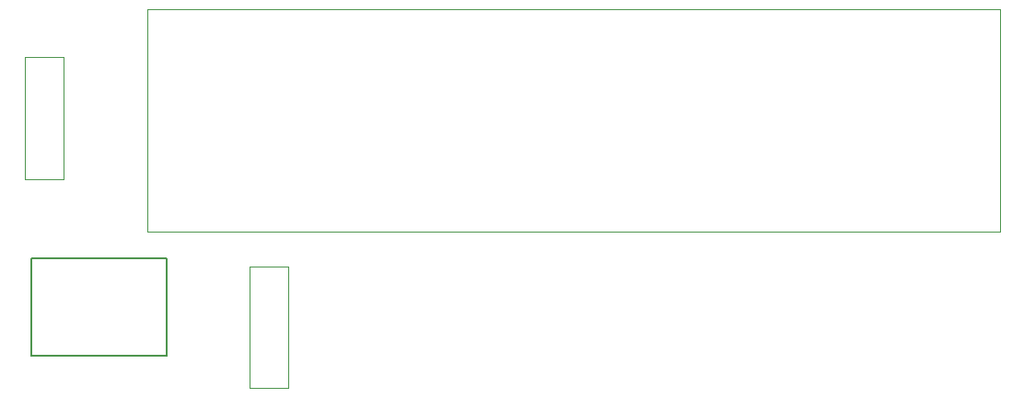
<source format=gbr>
%TF.GenerationSoftware,KiCad,Pcbnew,9.0.3*%
%TF.CreationDate,2025-07-30T11:35:09+02:00*%
%TF.ProjectId,TPOneBoard,54504f6e-6542-46f6-9172-642e6b696361,rev?*%
%TF.SameCoordinates,Original*%
%TF.FileFunction,Other,User*%
%FSLAX46Y46*%
G04 Gerber Fmt 4.6, Leading zero omitted, Abs format (unit mm)*
G04 Created by KiCad (PCBNEW 9.0.3) date 2025-07-30 11:35:09*
%MOMM*%
%LPD*%
G01*
G04 APERTURE LIST*
%ADD10C,0.050000*%
%ADD11C,0.152400*%
G04 APERTURE END LIST*
D10*
%TO.C,J2*%
X174715000Y-109295000D02*
X174715000Y-120495000D01*
X174715000Y-120495000D02*
X178265000Y-120495000D01*
X178265000Y-109295000D02*
X174715000Y-109295000D01*
X178265000Y-120495000D02*
X178265000Y-109295000D01*
%TO.C,BT2*%
X165314000Y-85585000D02*
X165314000Y-106085000D01*
X165314000Y-106085000D02*
X243714000Y-106085000D01*
X243714000Y-85585000D02*
X165314000Y-85585000D01*
X243714000Y-106085000D02*
X243714000Y-85585000D01*
D11*
%TO.C,J6*%
X154623001Y-108491935D02*
X167131001Y-108491935D01*
X154623001Y-117499933D02*
X154623001Y-108491935D01*
X167131001Y-108491935D02*
X167131001Y-117499933D01*
X167131001Y-117499933D02*
X154623001Y-117499933D01*
D10*
%TO.C,J7*%
X154052000Y-90018000D02*
X154052000Y-101218000D01*
X154052000Y-101218000D02*
X157602000Y-101218000D01*
X157602000Y-90018000D02*
X154052000Y-90018000D01*
X157602000Y-101218000D02*
X157602000Y-90018000D01*
%TD*%
M02*

</source>
